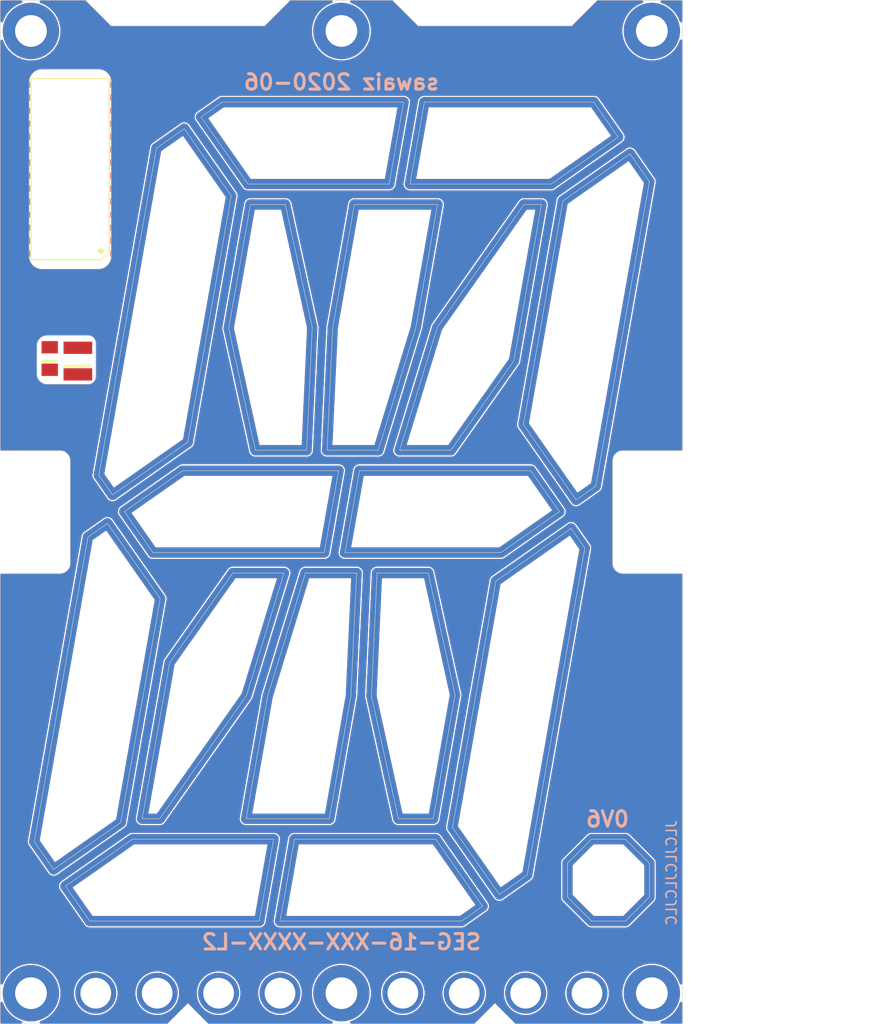
<source format=kicad_pcb>
(kicad_pcb (version 20171130) (host pcbnew "(5.1.2)-2")
  (layers (0 F.Cu signal) (31 B.Cu signal) (34 B.Paste user) (35 F.Paste user) (36 B.SilkS user) (37 F.SilkS user) (38 B.Mask user) (39 F.Mask user) (44 Edge.Cuts user))
  (net 0 "")
  (module TM1640:SOP28-17.7x7.65 (layer F.Cu) (at -26.5 -33.5 90)
    (fp_text reference U2 hide)
    (fp_text value TM1640)
    (fp_line (start 8.85 3.825) (end 8.85 -3.825) (layer F.SilkS) (width 0.12))
    (fp_line (start 8.85 -3.825) (end -8.85 -3.825) (layer F.SilkS) (width 0.12))
    (fp_line (start -8.85 -3.825) (end -8.85 3) (layer F.SilkS) (width 0.12))
    (fp_line (start -8 3.825) (end 8.85 3.825) (layer F.SilkS) (width 0.12))
    (fp_line (start -8 3.825) (end -8.85 3) (layer F.SilkS) (width 0.12))
    (fp_circle (center -8 3) (end -7.85 3) (layer F.SilkS) (width 0.3))
    (pad 1 smd rect (at -8.255 4.725 90) (size 0.6 1.6) (layers F.Cu F.Paste F.Mask))
    (pad 2 smd rect (at -6.985 4.725 90) (size 0.6 1.6) (layers F.Cu F.Paste F.Mask))
    (pad 3 smd rect (at -5.715 4.725 90) (size 0.6 1.6) (layers F.Cu F.Paste F.Mask))
    (pad 4 smd rect (at -4.445 4.725 90) (size 0.6 1.6) (layers F.Cu F.Paste F.Mask))
    (pad 5 smd rect (at -3.175 4.725 90) (size 0.6 1.6) (layers F.Cu F.Paste F.Mask))
    (pad 6 smd rect (at -1.905 4.725 90) (size 0.6 1.6) (layers F.Cu F.Paste F.Mask))
    (pad 7 smd rect (at -0.635 4.725 90) (size 0.6 1.6) (layers F.Cu F.Paste F.Mask))
    (pad 8 smd rect (at 0.635 4.725 90) (size 0.6 1.6) (layers F.Cu F.Paste F.Mask))
    (pad 10 smd rect (at 3.175 4.725 90) (size 0.6 1.6) (layers F.Cu F.Paste F.Mask))
    (pad 9 smd rect (at 1.905 4.725 90) (size 0.6 1.6) (layers F.Cu F.Paste F.Mask))
    (pad 11 smd rect (at 4.445 4.725 90) (size 0.6 1.6) (layers F.Cu F.Paste F.Mask))
    (pad 12 smd rect (at 5.715 4.725 90) (size 0.6 1.6) (layers F.Cu F.Paste F.Mask))
    (pad 13 smd rect (at 6.985 4.725 90) (size 0.6 1.6) (layers F.Cu F.Paste F.Mask))
    (pad 14 smd rect (at 8.255 4.725 90) (size 0.6 1.6) (layers F.Cu F.Paste F.Mask))
    (pad 15 smd rect (at 8.255 -4.725 90) (size 0.6 1.6) (layers F.Cu F.Paste F.Mask))
    (pad 16 smd rect (at 6.985 -4.725 90) (size 0.6 1.6) (layers F.Cu F.Paste F.Mask))
    (pad 17 smd rect (at 5.715 -4.725 90) (size 0.6 1.6) (layers F.Cu F.Paste F.Mask))
    (pad 18 smd rect (at 4.445 -4.725 90) (size 0.6 1.6) (layers F.Cu F.Paste F.Mask))
    (pad 19 smd rect (at 3.175 -4.725 90) (size 0.6 1.6) (layers F.Cu F.Paste F.Mask))
    (pad 20 smd rect (at 1.905 -4.725 90) (size 0.6 1.6) (layers F.Cu F.Paste F.Mask))
    (pad 21 smd rect (at 0.635 -4.725 90) (size 0.6 1.6) (layers F.Cu F.Paste F.Mask))
    (pad 22 smd rect (at -0.635 -4.725 90) (size 0.6 1.6) (layers F.Cu F.Paste F.Mask))
    (pad 23 smd rect (at -1.905 -4.725 90) (size 0.6 1.6) (layers F.Cu F.Paste F.Mask))
    (pad 24 smd rect (at -3.175 -4.725 90) (size 0.6 1.6) (layers F.Cu F.Paste F.Mask))
    (pad 25 smd rect (at -4.445 -4.725 90) (size 0.6 1.6) (layers F.Cu F.Paste F.Mask))
    (pad 26 smd rect (at -5.715 -4.725 90) (size 0.6 1.6) (layers F.Cu F.Paste F.Mask))
    (pad 27 smd rect (at -6.985 -4.725 90) (size 0.6 1.6) (layers F.Cu F.Paste F.Mask))
    (pad 28 smd rect (at -8.255 -4.725 90) (size 0.6 1.6) (layers F.Cu F.Paste F.Mask))
  )
  (module TAJA106K016RNJ:TAJA (layer F.Cu) (at -28.5 -15 270)
    (fp_text reference C2 hide)
    (fp_text value 10u)
    (fp_poly (pts (xy 0.2 -0.7) (xy 0.2 0.7) (xy 0.4 0.7) (xy 0.4 -0.7)) (layer F.SilkS) (width 0.1))
    (pad 1 smd rect (at 1.1 0 90) (size 1.2 1.6) (layers F.Cu F.Paste F.Mask))
    (pad 2 smd rect (at -1.1 0 90) (size 1.2 1.6) (layers F.Cu F.Paste F.Mask))
  )
  (module TAJB107K006RNJ:TAJB (layer F.Cu) (at -25.75 -14.75 270)
    (fp_text reference C1 hide)
    (fp_text value 100u)
    (fp_poly (pts (xy 0.6 -1.3) (xy 0.6 1.3) (xy 0.4 1.3) (xy 0.4 -1.3)) (layer F.SilkS) (width 0.1))
    (pad 1 smd rect (at 1.3 0 90) (size 1.2 2.8) (layers F.Cu F.Paste F.Mask))
    (pad 2 smd rect (at -1.3 0 90) (size 1.2 2.8) (layers F.Cu F.Paste F.Mask))
  )
  (module PTH-UL:PTH-UL-3.0mm (layer F.Cu) (at 18 47)
    (fp_text reference H10 hide)
    (fp_text value 3mm hide)
    (pad 1 thru_hole circle (at 0 0) (size 4 4) (drill 3) (layers *.Cu *.Mask))
  )
  (module PTH-UL:PTH-UL-3.0mm (layer F.Cu) (at 24 47)
    (fp_text reference H8 hide)
    (fp_text value 3mm hide)
    (pad 1 thru_hole circle (at 0 0) (size 4 4) (drill 3) (layers *.Cu *.Mask))
  )
  (module PTH-UL:PTH-UL-3.0mm (layer F.Cu) (at -24 47)
    (fp_text reference H7 hide)
    (fp_text value 3mm hide)
    (pad 1 thru_hole circle (at 0 0) (size 4 4) (drill 3) (layers *.Cu *.Mask))
  )
  (module PTH-UL:PTH-UL-3.0mm (layer F.Cu) (at 12 47)
    (fp_text reference H12 hide)
    (fp_text value 3mm hide)
    (pad 1 thru_hole circle (at 0 0) (size 4 4) (drill 3) (layers *.Cu *.Mask))
  )
  (module PTH-UL:PTH-UL-3.0mm (layer F.Cu) (at -12 47)
    (fp_text reference H11 hide)
    (fp_text value 3mm hide)
    (pad 1 thru_hole circle (at 0 0) (size 4 4) (drill 3) (layers *.Cu *.Mask))
  )
  (module PTH-UL:PTH-UL-3.0mm (layer F.Cu) (at -18 47)
    (fp_text reference H9 hide)
    (fp_text value 3mm hide)
    (pad 1 thru_hole circle (at 0 0) (size 4 4) (drill 3) (layers *.Cu *.Mask))
  )
  (module M3:M3-3.1-Tented (layer F.Cu) (at -30.3333 -47)
    (fp_text reference H1 hide)
    (fp_text value M3)
    (pad 1 thru_hole circle (at 0 0) (size 5.5 5.5) (drill 3.1) (layers *.Cu))
  )
  (module M3:M3-3.1-Tented (layer F.Cu) (at -30.3333 47)
    (fp_text reference H4 hide)
    (fp_text value M3)
    (pad 1 thru_hole circle (at 0 0) (size 5.5 5.5) (drill 3.1) (layers *.Cu))
  )
  (module M3:M3-3.1-Tented (layer F.Cu) (at 30.3333 -47)
    (fp_text reference H3 hide)
    (fp_text value M3)
    (pad 1 thru_hole circle (at 0 0) (size 5.5 5.5) (drill 3.1) (layers *.Cu))
  )
  (module M3:M3-3.1-Tented (layer F.Cu) (at 30.3333 47)
    (fp_text reference H6 hide)
    (fp_text value M3)
    (pad 1 thru_hole circle (at 0 0) (size 5.5 5.5) (drill 3.1) (layers *.Cu))
  )
  (module M3:M3-3.1-Tented (layer F.Cu) (at 0 47)
    (fp_text reference H5 hide)
    (fp_text value M3)
    (pad 1 thru_hole circle (at 0 0) (size 5.5 5.5) (drill 3.1) (layers *.Cu))
  )
  (module M3:M3-3.1-Tented (layer F.Cu) (at 0 -47)
    (fp_text reference H2 hide)
    (fp_text value M3)
    (pad 1 thru_hole circle (at 0 0) (size 5.5 5.5) (drill 3.1) (layers *.Cu))
  )
  (module PTH-UL:PTH-UL-3.0mm (layer F.Cu) (at 6 47)
    (fp_text reference H14 hide)
    (fp_text value 3mm hide)
    (pad 1 thru_hole circle (at 0 0) (size 4 4) (drill 3) (layers *.Cu *.Mask))
  )
  (module PTH-UL:PTH-UL-3.0mm (layer F.Cu) (at -6 47)
    (fp_text reference H13 hide)
    (fp_text value 3mm hide)
    (pad 1 thru_hole circle (at 0 0) (size 4 4) (drill 3) (layers *.Cu *.Mask))
  )
  (gr_line (start 3.5994 -6.0405) (end -1.4014 -6.0405) (layer F.Cu) (width 1))
  (gr_line (start 27.0467 -36.6316) (end 20.4956 -32.0441) (layer F.Cu) (width 1))
  (gr_line (start 20.4956 -32.0441) (end 6.6999 -32.0441) (layer F.Cu) (width 1))
  (gr_line (start 10.8479 30.8108) (end 15.0925 6.7434) (layer F.Cu) (width 1))
  (gr_line (start 16.855 -14.7774) (end 10.6895 -6.0405) (layer F.Cu) (width 1))
  (gr_line (start -15.0123 -6.829) (end -22.3613 -1.6805) (layer F.Cu) (width 1))
  (gr_line (start 27.7495 39.9555) (end 24.4383 39.9555) (layer F.Cu) (width 1))
  (gr_line (start 4.6676 -32.0441) (end -9.1281 -32.0441) (layer F.Cu) (width 1))
  (gr_line (start 6.0815 -40.0451) (end 4.6676 -32.0441) (layer F.Cu) (width 1))
  (gr_line (start -8.8841 -30.0435) (end -5.4873 -30.0435) (layer F.Cu) (width 1))
  (gr_line (start -11.016 -17.9468) (end -8.8841 -30.0435) (layer F.Cu) (width 1))
  (gr_line (start 24.8503 -2.5321) (end 22.9348 -1.1874) (layer F.Cu) (width 1))
  (gr_line (start -21.2134 -0.0447) (end -15.4987 -4.0452) (layer F.Cu) (width 1))
  (gr_line (start 15.0925 6.7434) (end 22.4426 1.595) (layer F.Cu) (width 1))
  (gr_line (start -10.7679 -30.8951) (end -15.0123 -6.829) (layer F.Cu) (width 1))
  (gr_line (start 18.4947 -4.0452) (end 21.295 -0.0447) (layer F.Cu) (width 1))
  (gr_line (start -17.705 8.4534) (end -21.558 30.3188) (layer F.Cu) (width 1))
  (gr_line (start -0.2686 -4.0452) (end -1.6825 3.9554) (layer F.Cu) (width 1))
  (gr_line (start -16.7734 14.6919) (end -10.6094 5.955) (layer F.Cu) (width 1))
  (gr_line (start 22.9348 -1.1874) (end 17.7863 -8.5431) (layer F.Cu) (width 1))
  (gr_line (start -15.3554 -37.4518) (end -10.7679 -30.8951) (layer F.Cu) (width 1))
  (gr_line (start -1.6825 3.9554) (end -18.4146 3.9554) (layer F.Cu) (width 1))
  (gr_line (start 21.6436 -30.403) (end 28.1947 -34.9919) (layer F.Cu) (width 1))
  (gr_line (start 1.2706 -30.0435) (end 9.3927 -30.0435) (layer F.Cu) (width 1))
  (gr_line (start 23.7864 3.5106) (end 18.1514 35.4617) (layer F.Cu) (width 1))
  (gr_line (start 1.7626 -4.0452) (end 18.4947 -4.0452) (layer F.Cu) (width 1))
  (gr_line (start -22.8547 1.1032) (end -17.705 8.4534) (layer F.Cu) (width 1))
  (gr_line (start -30.0136 32.1916) (end -24.77018 2.4466) (layer B.Cu) (width 1))
  (gr_line (start 22.0927 34.2973) (end 24.4383 31.9587) (layer B.Cu) (width 1))
  (gr_line (start 19.5474 -30.0435) (end 16.855 -14.7774) (layer B.Cu) (width 1))
  (gr_line (start -4.5874 31.9587) (end 9.2082 31.9587) (layer B.Cu) (width 1))
  (gr_line (start 30.0951 34.2973) (end 30.0951 37.6156) (layer B.Cu) (width 1))
  (gr_line (start 21.295 -0.0447) (end 15.5843 3.9554) (layer B.Cu) (width 1))
  (gr_line (start -7.1961 17.9565) (end -3.5181 5.955) (layer B.Cu) (width 1))
  (gr_line (start 5.6885 -6.0405) (end 9.3666 -18.042) (layer B.Cu) (width 1))
  (gr_line (start 0.9261 17.9565) (end -1.185 29.9592) (layer B.Cu) (width 1))
  (gr_line (start 9.3666 -18.042) (end 17.8389 -30.0435) (layer B.Cu) (width 1))
  (gr_line (start -18.4146 3.9554) (end -21.2134 -0.0447) (layer B.Cu) (width 1))
  (gr_line (start -5.9944 39.9555) (end -4.5874 31.9587) (layer B.Cu) (width 1))
  (gr_line (start 0.3501 3.9554) (end 1.7626 -4.0452) (layer B.Cu) (width 1))
  (gr_line (start 17.8389 -30.0435) (end 19.5474 -30.0435) (layer B.Cu) (width 1))
  (gr_line (start 10.6895 -6.0405) (end 5.6885 -6.0405) (layer B.Cu) (width 1))
  (gr_line (start 30.0951 37.6156) (end 27.7495 39.9555) (layer B.Cu) (width 1))
  (gr_line (start 8.4832 5.955) (end 11.1029 17.8559) (layer B.Cu) (width 1))
  (gr_line (start 5.5675 29.9592) (end 2.9326 17.9579) (layer B.Cu) (width 1))
  (gr_line (start 22.0927 37.6156) (end 22.0927 34.2973) (layer B.Cu) (width 1))
  (gr_line (start -15.4987 -4.0452) (end -0.2686 -4.0452) (layer B.Cu) (width 1))
  (gr_line (start 3.4822 5.955) (end 8.4832 5.955) (layer B.Cu) (width 1))
  (gr_line (start -8.4032 -6.0405) (end -11.016 -17.9468) (layer B.Cu) (width 1))
  (gr_line (start 11.7327 39.9555) (end -5.9944 39.9555) (layer B.Cu) (width 1))
  (gr_line (start 15.4368 37.362) (end 10.8479 30.8108) (layer B.Cu) (width 1))
  (gr_line (start 24.4383 31.9587) (end 27.7495 31.9587) (layer B.Cu) (width 1))
  (gr_line (start -18.0702 -35.5472) (end -15.3554 -37.4518) (layer B.Cu) (width 1))
  (gr_line (start 22.4426 1.595) (end 23.7864 3.5106) (layer B.Cu) (width 1))
  (gr_line (start 30.0951 -32.2759) (end 24.8503 -2.5321) (layer B.Cu) (width 1))
  (gr_line (start 23.7864 3.5106) (end 18.1514 35.4617) (layer B.Cu) (width 1))
  (gr_line (start 24.8503 -2.5321) (end 22.9348 -1.1874) (layer B.Cu) (width 1))
  (gr_line (start 9.2082 31.9587) (end 13.7957 38.5099) (layer B.Cu) (width 1))
  (gr_line (start -15.3554 -37.4518) (end -10.7679 -30.8951) (layer B.Cu) (width 1))
  (gr_line (start -13.7155 -38.5956) (end -11.6513 -40.0451) (layer B.Cu) (width 1))
  (gr_line (start -9.1281 -32.0441) (end -13.7155 -38.5956) (layer B.Cu) (width 1))
  (gr_line (start 22.9348 -1.1874) (end 17.7863 -8.5431) (layer B.Cu) (width 1))
  (gr_line (start -17.705 8.4534) (end -21.558 30.3188) (layer B.Cu) (width 1))
  (gr_line (start 18.4947 -4.0452) (end 21.295 -0.0447) (layer B.Cu) (width 1))
  (gr_line (start -8.8841 -30.0435) (end -5.4873 -30.0435) (layer B.Cu) (width 1))
  (gr_line (start 27.0467 -36.6316) (end 20.4956 -32.0441) (layer B.Cu) (width 1))
  (gr_line (start -24.57863 39.9555) (end -26.96538 36.5462) (layer B.Cu) (width 1))
  (gr_line (start -22.8547 1.1032) (end -17.705 8.4534) (layer B.Cu) (width 1))
  (gr_line (start 4.6676 -32.0441) (end -9.1281 -32.0441) (layer B.Cu) (width 1))
  (gr_line (start 27.7495 31.9587) (end 30.0951 34.2973) (layer B.Cu) (width 1))
  (gr_line (start 6.0815 -40.0451) (end 4.6676 -32.0441) (layer B.Cu) (width 1))
  (gr_line (start 16.855 -14.7774) (end 10.6895 -6.0405) (layer B.Cu) (width 1))
  (gr_line (start -11.016 -17.9468) (end -8.8841 -30.0435) (layer B.Cu) (width 1))
  (gr_line (start -9.3127 29.9592) (end -7.1961 17.9565) (layer B.Cu) (width 1))
  (gr_line (start -21.2134 -0.0447) (end -15.4987 -4.0452) (layer B.Cu) (width 1))
  (gr_line (start -11.6513 -40.0451) (end 6.0815 -40.0451) (layer B.Cu) (width 1))
  (gr_line (start -26.96538 36.5462) (end -20.4142 31.9587) (layer B.Cu) (width 1))
  (gr_line (start -0.2686 -4.0452) (end -1.6825 3.9554) (layer B.Cu) (width 1))
  (gr_line (start 20.4956 -32.0441) (end 6.6999 -32.0441) (layer B.Cu) (width 1))
  (gr_line (start 10.8479 30.8108) (end 15.0925 6.7434) (layer B.Cu) (width 1))
  (gr_line (start 1.7626 -4.0452) (end 18.4947 -4.0452) (layer B.Cu) (width 1))
  (gr_line (start -1.6825 3.9554) (end -18.4146 3.9554) (layer B.Cu) (width 1))
  (gr_line (start -15.0123 -6.829) (end -22.3613 -1.6805) (layer B.Cu) (width 1))
  (gr_line (start 27.7495 39.9555) (end 24.4383 39.9555) (layer B.Cu) (width 1))
  (gr_line (start 15.0925 6.7434) (end 22.4426 1.595) (layer B.Cu) (width 1))
  (gr_line (start -10.7679 -30.8951) (end -15.0123 -6.829) (layer B.Cu) (width 1))
  (gr_line (start 21.6436 -30.403) (end 28.1947 -34.9919) (layer B.Cu) (width 1))
  (gr_line (start 1.2706 -30.0435) (end 9.3927 -30.0435) (layer B.Cu) (width 1))
  (gr_line (start 24.4383 39.9555) (end 22.0927 37.6156) (layer B.Cu) (width 1))
  (gr_line (start -16.7734 14.6919) (end -10.6094 5.955) (layer B.Cu) (width 1))
  (gr_line (start -1.185 29.9592) (end -9.3127 29.9592) (layer B.Cu) (width 1))
  (gr_line (start 3.5994 -6.0405) (end -1.4014 -6.0405) (layer B.Cu) (width 1))
  (gr_line (start -9.1281 -32.0441) (end -13.7155 -38.5956) (layer F.Cu) (width 1))
  (gr_line (start -1.185 29.9592) (end -9.3127 29.9592) (layer F.Cu) (width 1))
  (gr_line (start -13.7155 -38.5956) (end -11.6513 -40.0451) (layer F.Cu) (width 1))
  (gr_line (start 9.2082 31.9587) (end 13.7957 38.5099) (layer F.Cu) (width 1))
  (gr_line (start 27.7495 31.9587) (end 30.0951 34.2973) (layer F.Cu) (width 1))
  (gr_line (start -9.3127 29.9592) (end -7.1961 17.9565) (layer F.Cu) (width 1))
  (gr_line (start 0.9261 17.9565) (end -1.185 29.9592) (layer F.Cu) (width 1))
  (gr_line (start 24.4383 39.9555) (end 22.0927 37.6156) (layer F.Cu) (width 1))
  (gr_line (start -18.4146 3.9554) (end -21.2134 -0.0447) (layer F.Cu) (width 1))
  (gr_line (start 22.0927 37.6156) (end 22.0927 34.2973) (layer F.Cu) (width 1))
  (gr_line (start 3.4822 5.955) (end 8.4832 5.955) (layer F.Cu) (width 1))
  (gr_line (start -15.4987 -4.0452) (end -0.2686 -4.0452) (layer F.Cu) (width 1))
  (gr_line (start 24.4383 31.9587) (end 27.7495 31.9587) (layer F.Cu) (width 1))
  (gr_line (start 22.0927 34.2973) (end 24.4383 31.9587) (layer F.Cu) (width 1))
  (gr_line (start -8.4032 -6.0405) (end -11.016 -17.9468) (layer F.Cu) (width 1))
  (gr_line (start 30.0951 37.6156) (end 27.7495 39.9555) (layer F.Cu) (width 1))
  (gr_line (start 30.0951 -32.2759) (end 24.8503 -2.5321) (layer F.Cu) (width 1))
  (gr_line (start -30.0136 32.1916) (end -24.77018 2.4466) (layer F.Cu) (width 1))
  (gr_line (start -18.0702 -35.5472) (end -15.3554 -37.4518) (layer F.Cu) (width 1))
  (gr_line (start 15.4368 37.362) (end 10.8479 30.8108) (layer F.Cu) (width 1))
  (gr_line (start 22.4426 1.595) (end 23.7864 3.5106) (layer F.Cu) (width 1))
  (gr_line (start -5.9944 39.9555) (end -4.5874 31.9587) (layer F.Cu) (width 1))
  (gr_line (start 17.8389 -30.0435) (end 19.5474 -30.0435) (layer F.Cu) (width 1))
  (gr_line (start 0.3501 3.9554) (end 1.7626 -4.0452) (layer F.Cu) (width 1))
  (gr_line (start 11.7327 39.9555) (end -5.9944 39.9555) (layer F.Cu) (width 1))
  (gr_line (start 30.0951 34.2973) (end 30.0951 37.6156) (layer F.Cu) (width 1))
  (gr_line (start 10.6895 -6.0405) (end 5.6885 -6.0405) (layer F.Cu) (width 1))
  (gr_line (start 5.6885 -6.0405) (end 9.3666 -18.042) (layer F.Cu) (width 1))
  (gr_line (start -15.4987 -4.0452) (end -0.2686 -4.0452) (layer Edge.Cuts) (width 0.05))
  (gr_line (start -9.3127 29.9592) (end -7.1961 17.9565) (layer Edge.Cuts) (width 0.05))
  (gr_line (start -1.185 29.9592) (end -9.3127 29.9592) (layer Edge.Cuts) (width 0.05))
  (gr_line (start -18.0702 -35.5472) (end -15.3554 -37.4518) (layer Edge.Cuts) (width 0.05))
  (gr_line (start 0.9261 17.9565) (end -1.185 29.9592) (layer Edge.Cuts) (width 0.05))
  (gr_line (start -18.4146 3.9554) (end -21.2134 -0.0447) (layer Edge.Cuts) (width 0.05))
  (gr_line (start -22.8547 1.1032) (end -17.705 8.4534) (layer Edge.Cuts) (width 0.05))
  (gr_line (start -8.4032 -6.0405) (end -11.016 -17.9468) (layer Edge.Cuts) (width 0.05))
  (gr_line (start 18.4947 -4.0452) (end 21.295 -0.0447) (layer Edge.Cuts) (width 0.05))
  (gr_line (start 9.2082 31.9587) (end 13.7957 38.5099) (layer Edge.Cuts) (width 0.05))
  (gr_line (start -7.1961 17.9565) (end -3.5181 5.955) (layer Edge.Cuts) (width 0.05))
  (gr_line (start -22.5 -47.5) (end -7.5 -47.5) (layer Edge.Cuts) (width 0.05))
  (gr_line (start -25 -50) (end -22.5 -47.5) (layer Edge.Cuts) (width 0.05))
  (gr_line (start 17 50) (end 15 48) (layer Edge.Cuts) (width 0.05))
  (gr_line (start -13 50) (end -15 48) (layer Edge.Cuts) (width 0.05))
  (gr_line (start -33.3333 50) (end -17 50) (layer Edge.Cuts) (width 0.05))
  (gr_line (start 33.3333 50) (end 17 50) (layer Edge.Cuts) (width 0.05))
  (gr_line (start 13.7957 38.5099) (end 11.7327 39.9555) (layer Edge.Cuts) (width 0.05))
  (gr_line (start -5.9944 39.9555) (end -4.5874 31.9587) (layer Edge.Cuts) (width 0.05))
  (gr_line (start 22.0927 37.6156) (end 22.0927 34.2973) (layer Edge.Cuts) (width 0.05))
  (gr_line (start 11.7327 39.9555) (end -5.9944 39.9555) (layer Edge.Cuts) (width 0.05))
  (gr_line (start 24.4383 39.9555) (end 22.0927 37.6156) (layer Edge.Cuts) (width 0.05))
  (gr_line (start -7.5 -47.5) (end -5 -50) (layer Edge.Cuts) (width 0.05))
  (gr_line (start 30.0951 34.2973) (end 30.0951 37.6156) (layer Edge.Cuts) (width 0.05))
  (gr_line (start 22.0927 34.2973) (end 24.4383 31.9587) (layer Edge.Cuts) (width 0.05))
  (gr_line (start -15 48) (end -17 50) (layer Edge.Cuts) (width 0.05))
  (gr_line (start 27.7495 39.9555) (end 24.4383 39.9555) (layer Edge.Cuts) (width 0.05))
  (gr_line (start 7.5 -47.5) (end 22.5 -47.5) (layer Edge.Cuts) (width 0.05))
  (gr_line (start -9.1281 -32.0441) (end -13.7155 -38.5956) (layer Edge.Cuts) (width 0.05))
  (gr_line (start 15 48) (end 13 50) (layer Edge.Cuts) (width 0.05))
  (gr_line (start -5 -50) (end 5 -50) (layer Edge.Cuts) (width 0.05))
  (gr_line (start 30.0951 37.6156) (end 27.7495 39.9555) (layer Edge.Cuts) (width 0.05))
  (gr_line (start -4.5874 31.9587) (end 9.2082 31.9587) (layer Edge.Cuts) (width 0.05))
  (gr_line (start 13 50) (end -13 50) (layer Edge.Cuts) (width 0.05))
  (gr_line (start 25 -50) (end 33.3333 -50) (layer Edge.Cuts) (width 0.05))
  (gr_line (start -25 -50) (end -33.333 -50) (layer Edge.Cuts) (width 0.05))
  (gr_line (start -13.7155 -38.5956) (end -11.6513 -40.0451) (layer Edge.Cuts) (width 0.05))
  (gr_line (start 27.7495 31.9587) (end 30.0951 34.2973) (layer Edge.Cuts) (width 0.05))
  (gr_line (start 5 -50) (end 7.5 -47.5) (layer Edge.Cuts) (width 0.05))
  (gr_line (start 24.4383 31.9587) (end 27.7495 31.9587) (layer Edge.Cuts) (width 0.05))
  (gr_line (start 22.5 -47.5) (end 25 -50) (layer Edge.Cuts) (width 0.05))
  (gr_line (start 24.6602 -40.0451) (end 27.0467 -36.6316) (layer F.Cu) (width 1))
  (gr_line (start -9.2865 17.9565) (end -17.7587 29.9592) (layer F.Cu) (width 1))
  (gr_line (start 8.1072 -40.0451) (end 24.6602 -40.0451) (layer F.Cu) (width 1))
  (gr_line (start 6.6999 -32.0441) (end 8.1072 -40.0451) (layer Edge.Cuts) (width 0.05))
  (gr_line (start 6.6999 -32.0441) (end 8.1072 -40.0451) (layer F.Cu) (width 1))
  (gr_line (start 24.6602 -40.0451) (end 27.0467 -36.6316) (layer Edge.Cuts) (width 0.05))
  (gr_line (start -5.6086 5.955) (end -9.2865 17.9565) (layer F.Cu) (width 1))
  (gr_line (start -10.6094 5.955) (end -5.6086 5.955) (layer F.Cu) (width 1))
  (gr_line (start -9.2865 17.9565) (end -17.7587 29.9592) (layer Edge.Cuts) (width 0.05))
  (gr_line (start 7.276 -18.042) (end 3.5994 -6.0405) (layer Edge.Cuts) (width 0.05))
  (gr_line (start -11.6513 -40.0451) (end 6.0815 -40.0451) (layer Edge.Cuts) (width 0.05))
  (gr_line (start 20.4956 -32.0441) (end 6.6999 -32.0441) (layer Edge.Cuts) (width 0.05))
  (gr_line (start 4.6676 -32.0441) (end -9.1281 -32.0441) (layer Edge.Cuts) (width 0.05))
  (gr_line (start -24.57863 39.9555) (end -26.96538 36.5462) (layer Edge.Cuts) (width 0.05))
  (gr_line (start -5.6086 5.955) (end -9.2865 17.9565) (layer Edge.Cuts) (width 0.05))
  (gr_line (start -10.6094 5.955) (end -5.6086 5.955) (layer Edge.Cuts) (width 0.05))
  (gr_line (start -16.7734 14.6919) (end -10.6094 5.955) (layer Edge.Cuts) (width 0.05))
  (gr_line (start 27.0467 -36.6316) (end 20.4956 -32.0441) (layer Edge.Cuts) (width 0.05))
  (gr_line (start 6.0815 -40.0451) (end 4.6676 -32.0441) (layer Edge.Cuts) (width 0.05))
  (gr_line (start 8.1072 -40.0451) (end 24.6602 -40.0451) (layer Edge.Cuts) (width 0.05))
  (gr_line (start -20.4142 31.9587) (end -6.6186 31.9587) (layer Edge.Cuts) (width 0.05))
  (gr_line (start -6.6186 31.9587) (end -8.027 39.9555) (layer Edge.Cuts) (width 0.05))
  (gr_line (start -17.7587 29.9592) (end -19.4675 29.9592) (layer Edge.Cuts) (width 0.05))
  (gr_line (start -8.027 39.9555) (end -24.57863 39.9555) (layer Edge.Cuts) (width 0.05))
  (gr_line (start -19.4675 29.9592) (end -16.7734 14.6919) (layer Edge.Cuts) (width 0.05))
  (gr_line (start -26.96538 36.5462) (end -20.4142 31.9587) (layer Edge.Cuts) (width 0.05))
  (gr_line (start -28.11466 34.9063) (end -30.0136 32.1916) (layer F.Cu) (width 1))
  (gr_line (start -23.70081 -3.5961) (end -18.0702 -35.5472) (layer F.Cu) (width 1))
  (gr_line (start -20.4142 31.9587) (end -6.6186 31.9587) (layer F.Cu) (width 1))
  (gr_line (start -3.5181 5.955) (end 1.4828 5.955) (layer F.Cu) (width 1))
  (gr_line (start -5.4873 -30.0435) (end -2.8511 -18.042) (layer F.Cu) (width 1))
  (gr_line (start -2.8511 -18.042) (end -3.4023 -6.0405) (layer F.Cu) (width 1))
  (gr_line (start -8.027 39.9555) (end -24.57863 39.9555) (layer F.Cu) (width 1))
  (gr_line (start -19.4675 29.9592) (end -16.7734 14.6919) (layer F.Cu) (width 1))
  (gr_line (start 1.4828 5.955) (end 0.9261 17.9565) (layer F.Cu) (width 1))
  (gr_line (start -24.77018 2.4466) (end -22.8547 1.1032) (layer F.Cu) (width 1))
  (gr_line (start 8.9641 29.9592) (end 5.5675 29.9592) (layer F.Cu) (width 1))
  (gr_line (start -21.558 30.3188) (end -28.11466 34.9063) (layer F.Cu) (width 1))
  (gr_line (start -17.7587 29.9592) (end -19.4675 29.9592) (layer F.Cu) (width 1))
  (gr_line (start 28.1947 -34.9919) (end 30.0951 -32.2759) (layer F.Cu) (width 1))
  (gr_line (start -6.6186 31.9587) (end -8.027 39.9555) (layer F.Cu) (width 1))
  (gr_line (start 18.1514 35.4617) (end 15.4368 37.362) (layer F.Cu) (width 1))
  (gr_line (start 11.1029 17.8559) (end 8.9641 29.9592) (layer F.Cu) (width 1))
  (gr_line (start 7.276 -18.042) (end 3.5994 -6.0405) (layer F.Cu) (width 1))
  (gr_line (start 2.9326 17.9579) (end 3.4822 5.955) (layer F.Cu) (width 1))
  (gr_line (start 17.7863 -8.5431) (end 21.6436 -30.403) (layer F.Cu) (width 1))
  (gr_line (start 8.4832 5.955) (end 11.1029 17.8559) (layer F.Cu) (width 1))
  (gr_line (start 9.3666 -18.042) (end 17.8389 -30.0435) (layer F.Cu) (width 1))
  (gr_line (start 13.7957 38.5099) (end 11.7327 39.9555) (layer F.Cu) (width 1))
  (gr_line (start 15.5843 3.9554) (end 0.3501 3.9554) (layer F.Cu) (width 1))
  (gr_line (start 19.5474 -30.0435) (end 16.855 -14.7774) (layer F.Cu) (width 1))
  (gr_line (start 21.295 -0.0447) (end 15.5843 3.9554) (layer F.Cu) (width 1))
  (gr_line (start 5.5675 29.9592) (end 2.9326 17.9579) (layer F.Cu) (width 1))
  (gr_line (start -7.1961 17.9565) (end -3.5181 5.955) (layer F.Cu) (width 1))
  (gr_line (start -4.5874 31.9587) (end 9.2082 31.9587) (layer F.Cu) (width 1))
  (gr_line (start -3.4023 -6.0405) (end -8.4032 -6.0405) (layer F.Cu) (width 1))
  (gr_line (start 9.3927 -30.0435) (end 7.276 -18.042) (layer F.Cu) (width 1))
  (gr_line (start -0.8461 -18.042) (end 1.2706 -30.0435) (layer F.Cu) (width 1))
  (gr_line (start -22.3613 -1.6805) (end -23.70081 -3.5961) (layer F.Cu) (width 1))
  (gr_line (start -1.4014 -6.0405) (end -0.8461 -18.042) (layer F.Cu) (width 1))
  (gr_line (start -17.7587 29.9592) (end -19.4675 29.9592) (layer B.Cu) (width 1))
  (gr_line (start -5.4873 -30.0435) (end -2.8511 -18.042) (layer B.Cu) (width 1))
  (gr_line (start 1.4828 5.955) (end 0.9261 17.9565) (layer B.Cu) (width 1))
  (gr_line (start 18.1514 35.4617) (end 15.4368 37.362) (layer B.Cu) (width 1))
  (gr_line (start 7.276 -18.042) (end 3.5994 -6.0405) (layer B.Cu) (width 1))
  (gr_line (start -8.027 39.9555) (end -24.57863 39.9555) (layer B.Cu) (width 1))
  (gr_line (start -22.3613 -1.6805) (end -23.70081 -3.5961) (layer B.Cu) (width 1))
  (gr_line (start -1.4014 -6.0405) (end -0.8461 -18.042) (layer B.Cu) (width 1))
  (gr_line (start -2.8511 -18.042) (end -3.4023 -6.0405) (layer B.Cu) (width 1))
  (gr_line (start 28.1947 -34.9919) (end 30.0951 -32.2759) (layer B.Cu) (width 1))
  (gr_line (start -6.6186 31.9587) (end -8.027 39.9555) (layer B.Cu) (width 1))
  (gr_line (start 2.9326 17.9579) (end 3.4822 5.955) (layer B.Cu) (width 1))
  (gr_line (start -20.4142 31.9587) (end -6.6186 31.9587) (layer B.Cu) (width 1))
  (gr_line (start -19.4675 29.9592) (end -16.7734 14.6919) (layer B.Cu) (width 1))
  (gr_line (start 8.1072 -40.0451) (end 24.6602 -40.0451) (layer B.Cu) (width 1))
  (gr_line (start -0.8461 -18.042) (end 1.2706 -30.0435) (layer B.Cu) (width 1))
  (gr_line (start 11.1029 17.8559) (end 8.9641 29.9592) (layer B.Cu) (width 1))
  (gr_line (start -11.6513 -40.0451) (end 6.0815 -40.0451) (layer F.Cu) (width 1))
  (gr_line (start 17.7863 -8.5431) (end 21.6436 -30.403) (layer B.Cu) (width 1))
  (gr_line (start -5.6086 5.955) (end -9.2865 17.9565) (layer B.Cu) (width 1))
  (gr_line (start 24.6602 -40.0451) (end 27.0467 -36.6316) (layer B.Cu) (width 1))
  (gr_line (start -24.57863 39.9555) (end -26.96538 36.5462) (layer F.Cu) (width 1))
  (gr_line (start 6.6999 -32.0441) (end 8.1072 -40.0451) (layer B.Cu) (width 1))
  (gr_line (start -9.2865 17.9565) (end -17.7587 29.9592) (layer B.Cu) (width 1))
  (gr_line (start -10.6094 5.955) (end -5.6086 5.955) (layer B.Cu) (width 1))
  (gr_line (start -26.96538 36.5462) (end -20.4142 31.9587) (layer F.Cu) (width 1))
  (gr_line (start -2.8511 -18.042) (end -3.4023 -6.0405) (layer Edge.Cuts) (width 0.05))
  (gr_line (start 9.3927 -30.0435) (end 7.276 -18.042) (layer Edge.Cuts) (width 0.05))
  (gr_line (start -15.3554 -37.4518) (end -10.7679 -30.8951) (layer Edge.Cuts) (width 0.05))
  (gr_line (start 17.7863 -8.5431) (end 21.6436 -30.403) (layer Edge.Cuts) (width 0.05))
  (gr_line (start 3.5994 -6.0405) (end -1.4014 -6.0405) (layer Edge.Cuts) (width 0.05))
  (gr_line (start 15.0925 6.7434) (end 22.4426 1.595) (layer Edge.Cuts) (width 0.05))
  (gr_line (start 2.9326 17.9579) (end 3.4822 5.955) (layer Edge.Cuts) (width 0.05))
  (gr_line (start -1.6825 3.9554) (end -18.4146 3.9554) (layer Edge.Cuts) (width 0.05))
  (gr_line (start 10.8479 30.8108) (end 15.0925 6.7434) (layer Edge.Cuts) (width 0.05))
  (gr_line (start -1.4014 -6.0405) (end -0.8461 -18.042) (layer Edge.Cuts) (width 0.05))
  (gr_line (start -22.3613 -1.6805) (end -23.70081 -3.5961) (layer Edge.Cuts) (width 0.05))
  (gr_line (start -3.4023 -6.0405) (end -8.4032 -6.0405) (layer Edge.Cuts) (width 0.05))
  (gr_line (start -21.558 30.3188) (end -28.11466 34.9063) (layer Edge.Cuts) (width 0.05))
  (gr_line (start 24.8503 -2.5321) (end 22.9348 -1.1874) (layer Edge.Cuts) (width 0.05))
  (gr_line (start 1.7626 -4.0452) (end 18.4947 -4.0452) (layer Edge.Cuts) (width 0.05))
  (gr_line (start -8.8841 -30.0435) (end -5.4873 -30.0435) (layer Edge.Cuts) (width 0.05))
  (gr_line (start -0.8461 -18.042) (end 1.2706 -30.0435) (layer Edge.Cuts) (width 0.05))
  (gr_line (start -3.5181 5.955) (end 1.4828 5.955) (layer Edge.Cuts) (width 0.05))
  (gr_line (start 11.1029 17.8559) (end 8.9641 29.9592) (layer Edge.Cuts) (width 0.05))
  (gr_line (start 21.6436 -30.403) (end 28.1947 -34.9919) (layer Edge.Cuts) (width 0.05))
  (gr_line (start 1.4828 5.955) (end 0.9261 17.9565) (layer Edge.Cuts) (width 0.05))
  (gr_line (start -5.4873 -30.0435) (end -2.8511 -18.042) (layer Edge.Cuts) (width 0.05))
  (gr_line (start -10.7679 -30.8951) (end -15.0123 -6.829) (layer Edge.Cuts) (width 0.05))
  (gr_line (start -11.016 -17.9468) (end -8.8841 -30.0435) (layer Edge.Cuts) (width 0.05))
  (gr_line (start 28.1947 -34.9919) (end 30.0951 -32.2759) (layer Edge.Cuts) (width 0.05))
  (gr_line (start 23.7864 3.5106) (end 18.1514 35.4617) (layer Edge.Cuts) (width 0.05))
  (gr_line (start 18.1514 35.4617) (end 15.4368 37.362) (layer Edge.Cuts) (width 0.05))
  (gr_line (start 8.9641 29.9592) (end 5.5675 29.9592) (layer Edge.Cuts) (width 0.05))
  (gr_line (start 1.2706 -30.0435) (end 9.3927 -30.0435) (layer Edge.Cuts) (width 0.05))
  (gr_line (start 5.5675 29.9592) (end 2.9326 17.9579) (layer Edge.Cuts) (width 0.05))
  (gr_line (start 10.6895 -6.0405) (end 5.6885 -6.0405) (layer Edge.Cuts) (width 0.05))
  (gr_line (start 3.4822 5.955) (end 8.4832 5.955) (layer Edge.Cuts) (width 0.05))
  (gr_line (start 0.3501 3.9554) (end 1.7626 -4.0452) (layer Edge.Cuts) (width 0.05))
  (gr_line (start 16.855 -14.7774) (end 10.6895 -6.0405) (layer Edge.Cuts) (width 0.05))
  (gr_line (start -0.2686 -4.0452) (end -1.6825 3.9554) (layer Edge.Cuts) (width 0.05))
  (gr_line (start 22.9348 -1.1874) (end 17.7863 -8.5431) (layer Edge.Cuts) (width 0.05))
  (gr_line (start 5.6885 -6.0405) (end 9.3666 -18.042) (layer Edge.Cuts) (width 0.05))
  (gr_line (start -24.77018 2.4466) (end -22.8547 1.1032) (layer Edge.Cuts) (width 0.05))
  (gr_line (start 19.5474 -30.0435) (end 16.855 -14.7774) (layer Edge.Cuts) (width 0.05))
  (gr_line (start 17.8389 -30.0435) (end 19.5474 -30.0435) (layer Edge.Cuts) (width 0.05))
  (gr_line (start 9.3666 -18.042) (end 17.8389 -30.0435) (layer Edge.Cuts) (width 0.05))
  (gr_line (start -30.0136 32.1916) (end -24.77018 2.4466) (layer Edge.Cuts) (width 0.05))
  (gr_line (start 30.0951 -32.2759) (end 24.8503 -2.5321) (layer Edge.Cuts) (width 0.05))
  (gr_line (start 15.4368 37.362) (end 10.8479 30.8108) (layer Edge.Cuts) (width 0.05))
  (gr_line (start 15.5843 3.9554) (end 0.3501 3.9554) (layer Edge.Cuts) (width 0.05))
  (gr_line (start -23.70081 -3.5961) (end -18.0702 -35.5472) (layer Edge.Cuts) (width 0.05))
  (gr_line (start 8.4832 5.955) (end 11.1029 17.8559) (layer Edge.Cuts) (width 0.05))
  (gr_line (start -15.0123 -6.829) (end -22.3613 -1.6805) (layer Edge.Cuts) (width 0.05))
  (gr_line (start -28.11466 34.9063) (end -30.0136 32.1916) (layer Edge.Cuts) (width 0.05))
  (gr_line (start 22.4426 1.595) (end 23.7864 3.5106) (layer Edge.Cuts) (width 0.05))
  (gr_line (start -17.705 8.4534) (end -21.558 30.3188) (layer Edge.Cuts) (width 0.05))
  (gr_line (start 21.295 -0.0447) (end 15.5843 3.9554) (layer Edge.Cuts) (width 0.05))
  (gr_line (start -21.2134 -0.0447) (end -15.4987 -4.0452) (layer Edge.Cuts) (width 0.05))
  (gr_text "sawaiz 2020-06" (at 0 -42) (layer B.SilkS) (effects (font (size 1.5 1.5) (thickness 0.3)) (justify mirror)))
  (gr_text 0V6 (at 26 30) (layer B.SilkS) (effects (font (size 1.5 1.5) (thickness 0.3)) (justify mirror)))
  (gr_text SEG-16-XXX-XXXX-L2 (at 0 42) (layer B.SilkS) (effects (font (size 1.5 1.5) (thickness 0.3)) (justify mirror)))
  (gr_text JLCJLCJLCJLC (at 32.25 35.25 90) (layer B.SilkS) (effects (font (size 1 1)) (justify mirror)))
  (gr_line (start 8.9641 29.9592) (end 5.5675 29.9592) (layer B.Cu) (width 1))
  (gr_line (start -24.77018 2.4466) (end -22.8547 1.1032) (layer B.Cu) (width 1))
  (gr_line (start -3.5181 5.955) (end 1.4828 5.955) (layer B.Cu) (width 1))
  (gr_line (start -23.70081 -3.5961) (end -18.0702 -35.5472) (layer B.Cu) (width 1))
  (gr_line (start -28.11466 34.9063) (end -30.0136 32.1916) (layer B.Cu) (width 1))
  (gr_line (start 15.5843 3.9554) (end 0.3501 3.9554) (layer B.Cu) (width 1))
  (gr_line (start 13.7957 38.5099) (end 11.7327 39.9555) (layer B.Cu) (width 1))
  (gr_line (start -3.4023 -6.0405) (end -8.4032 -6.0405) (layer B.Cu) (width 1))
  (gr_line (start -21.558 30.3188) (end -28.11466 34.9063) (layer B.Cu) (width 1))
  (gr_line (start 9.3927 -30.0435) (end 7.276 -18.042) (layer B.Cu) (width 1))
  (gr_line (start -24.75 -17.25) (end -28.75 -17.25) (layer Edge.Cuts) (width 0.05))
  (gr_arc (start -24.75 -16.5) (end -24 -16.5) (angle -90) (layer Edge.Cuts) (width 0.05))
  (gr_arc (start -28.75 -16.25) (end -28.75 -17.25) (angle -90) (layer Edge.Cuts) (width 0.05))
  (gr_line (start 33.3333 50) (end 33.3333 6) (layer Edge.Cuts) (width 0.05))
  (gr_line (start 27.5 6) (end 33.3333 6) (layer Edge.Cuts) (width 0.05))
  (gr_arc (start 27.5 -5) (end 27.5 -6) (angle -90) (layer Edge.Cuts) (width 0.05))
  (gr_line (start 33.3333 -6) (end 27.5 -6) (layer Edge.Cuts) (width 0.05))
  (gr_arc (start 27.5 5) (end 26.5 5) (angle -90) (layer Edge.Cuts) (width 0.05))
  (gr_line (start 26.5 -5) (end 26.5 5) (layer Edge.Cuts) (width 0.05))
  (gr_line (start -26.5 5) (end -26.5 -5) (layer Edge.Cuts) (width 0.05))
  (gr_arc (start -27.5 5) (end -27.5 6) (angle -90) (layer Edge.Cuts) (width 0.05))
  (gr_arc (start -27.5 -5) (end -26.5 -5) (angle -90) (layer Edge.Cuts) (width 0.05))
  (gr_line (start -33.3333 -6) (end -33.3333 -50) (layer Edge.Cuts) (width 0.05))
  (gr_line (start -27.5 -6) (end -33.3333 -6) (layer Edge.Cuts) (width 0.05))
  (gr_line (start -33.3333 6) (end -27.5 6) (layer Edge.Cuts) (width 0.05))
  (gr_arc (start -24.75 -13.25) (end -24.75 -12.5) (angle -90) (layer Edge.Cuts) (width 0.05))
  (gr_arc (start -28.75 -13.5) (end -29.75 -13.5) (angle -90) (layer Edge.Cuts) (width 0.05))
  (gr_arc (start -29.25 -25) (end -30.5 -25) (angle -90) (layer Edge.Cuts) (width 0.05))
  (gr_arc (start -29.25 -42) (end -29.25 -43.25) (angle -90) (layer Edge.Cuts) (width 0.05))
  (gr_arc (start -23.75 -42) (end -22.5 -42) (angle -90) (layer Edge.Cuts) (width 0.05))
  (gr_arc (start -23.75 -25) (end -23.75 -23.75) (angle -90) (layer Edge.Cuts) (width 0.05))
  (gr_line (start -33.3333 50) (end -33.3333 6) (layer Edge.Cuts) (width 0.05))
  (gr_line (start 33.3333 -6) (end 33.3333 -50) (layer Edge.Cuts) (width 0.05))
  (gr_line (start -28.75 -12.5) (end -24.75 -12.5) (layer Edge.Cuts) (width 0.05))
  (gr_line (start -24 -13.25) (end -24 -16.5) (layer Edge.Cuts) (width 0.05))
  (gr_line (start -23.75 -43.25) (end -29.25 -43.25) (layer Edge.Cuts) (width 0.05))
  (gr_line (start -22.5 -25) (end -22.5 -42) (layer Edge.Cuts) (width 0.05))
  (gr_line (start -23.75 -23.75) (end -29.25 -23.75) (layer Edge.Cuts) (width 0.05))
  (gr_line (start -29.75 -16.25) (end -29.75 -13.5) (layer Edge.Cuts) (width 0.05))
  (gr_line (start -30.5 -42) (end -30.5 -25) (layer Edge.Cuts) (width 0.05))
  (zone (net 0) (net_name "") (layer B.Cu) (connect_pads (clearance 0)) (min_thickness 0.254) (fill yes (arc_segments 32) (thermal_gap 0.508) (thermal_bridge_width 0.508))
    (polygon (pts (xy 33.33 50) (xy -33.3366 50) (xy -33.3366 -50) (xy 33.33 -50)))
  )
  (zone (net 0) (net_name "") (layer F.Cu) (connect_pads (clearance 0)) (min_thickness 0.254) (fill yes (arc_segments 32) (thermal_gap 0.508) (thermal_bridge_width 0.508))
    (polygon (pts (xy 33.3333 50) (xy -33.3333 50) (xy -33.3333 -50) (xy 33.3333 -50)))
  )
)
</source>
